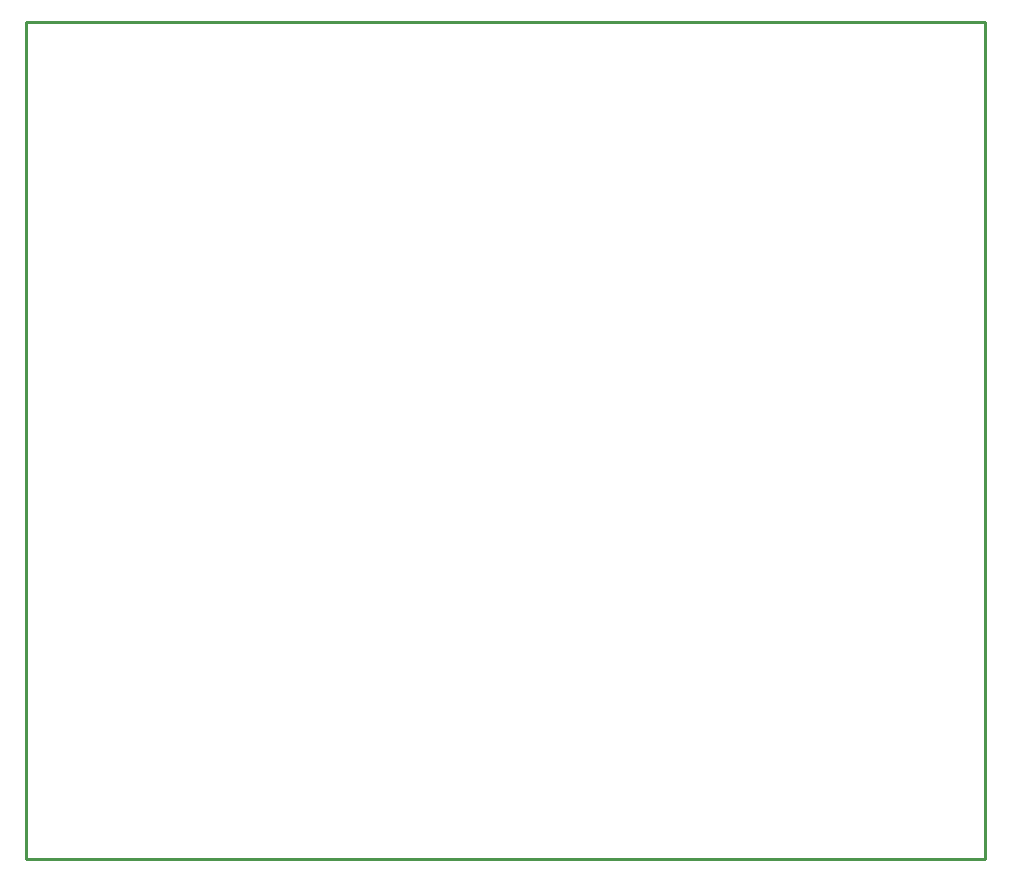
<source format=gm1>
G04*
G04 #@! TF.GenerationSoftware,Altium Limited,Altium Designer,22.3.1 (43)*
G04*
G04 Layer_Color=16711935*
%FSLAX25Y25*%
%MOIN*%
G70*
G04*
G04 #@! TF.SameCoordinates,DB5E6BC5-2FB0-485C-ACA0-6941E67FB07D*
G04*
G04*
G04 #@! TF.FilePolarity,Positive*
G04*
G01*
G75*
%ADD10C,0.01000*%
D10*
X295Y50591D02*
X319980D01*
X295Y329626D02*
X319980D01*
Y50591D02*
Y329626D01*
X295Y50591D02*
Y329626D01*
M02*

</source>
